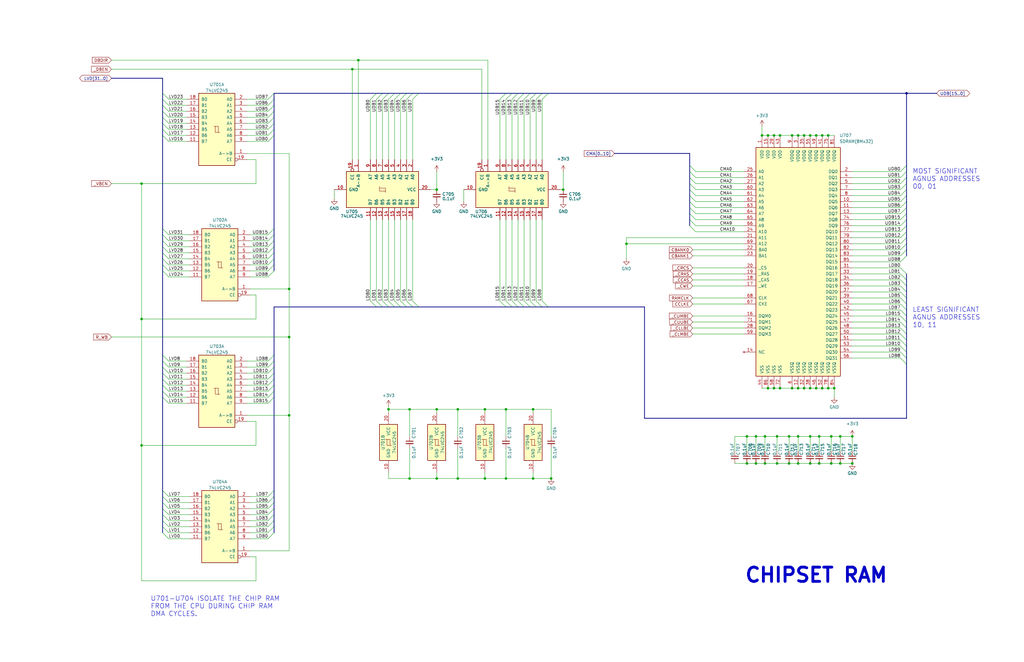
<source format=kicad_sch>
(kicad_sch (version 20231120) (generator "eeschema") (generator_version "8.0")
  (paper "B")
  (title_block (title "AMIGA PCI") (date "2025-06-30") (rev "6.0"))
  (junction (at 237.49 80.01))
  (junction (at 341.63 184.15))
  (junction (at 344.17 163.83))
  (junction (at 336.55 163.83))
  (junction (at 326.39 57.15))
  (junction (at 184.15 172.72))
  (junction (at 121.92 142.24))
  (junction (at 339.09 163.83))
  (junction (at 349.25 57.15))
  (junction (at 334.01 163.83))
  (junction (at 332.74 184.15))
  (junction (at 382.27 39.37))
  (junction (at 193.04 201.93))
  (junction (at 346.71 57.15))
  (junction (at 332.74 195.58))
  (junction (at 224.79 172.72))
  (junction (at 321.31 57.15))
  (junction (at 172.72 201.93))
  (junction (at 224.79 201.93))
  (junction (at 345.44 195.58))
  (junction (at 336.55 195.58))
  (junction (at 341.63 57.15))
  (junction (at 341.63 195.58))
  (junction (at 59.69 187.96))
  (junction (at 326.39 163.83))
  (junction (at 327.66 184.15))
  (junction (at 193.04 172.72))
  (junction (at 328.93 57.15))
  (junction (at 350.52 195.58))
  (junction (at 59.69 77.47))
  (junction (at 327.66 195.58))
  (junction (at 151.13 25.4))
  (junction (at 345.44 184.15))
  (junction (at 354.33 195.58))
  (junction (at 341.63 163.83))
  (junction (at 172.72 172.72))
  (junction (at 314.96 184.15))
  (junction (at 318.77 195.58))
  (junction (at 339.09 57.15))
  (junction (at 318.77 184.15))
  (junction (at 354.33 184.15))
  (junction (at 359.41 184.15))
  (junction (at 351.79 163.83))
  (junction (at 349.25 163.83))
  (junction (at 213.36 172.72))
  (junction (at 346.71 163.83))
  (junction (at 350.52 184.15))
  (junction (at 184.15 201.93))
  (junction (at 344.17 57.15))
  (junction (at 184.15 80.01))
  (junction (at 204.47 201.93))
  (junction (at 322.58 195.58))
  (junction (at 121.92 175.26))
  (junction (at 322.58 184.15))
  (junction (at 323.85 57.15))
  (junction (at 328.93 163.83))
  (junction (at 323.85 163.83))
  (junction (at 121.92 121.92))
  (junction (at 204.47 172.72))
  (junction (at 232.41 201.93))
  (junction (at 314.96 195.58))
  (junction (at 59.69 134.62))
  (junction (at 163.83 172.72))
  (junction (at 336.55 57.15))
  (junction (at 213.36 201.93))
  (junction (at 264.16 102.87))
  (junction (at 148.59 29.21))
  (junction (at 359.41 195.58))
  (junction (at 334.01 57.15))
  (junction (at 336.55 184.15))
  (bus_entry (at 379.73 135.89) (size 2.54 2.54))
  (bus_entry (at 113.03 160.02) (size 2.54 -2.54))
  (bus_entry (at 158.75 127) (size 2.54 2.54))
  (bus_entry (at 173.99 127) (size 2.54 2.54))
  (bus_entry (at 71.12 57.15) (size -2.54 -2.54))
  (bus_entry (at 379.73 107.95) (size 2.54 -2.54))
  (bus_entry (at 71.12 212.09) (size -2.54 -2.54))
  (bus_entry (at 71.12 217.17) (size -2.54 -2.54))
  (bus_entry (at 293.37 80.01) (size -2.54 -2.54))
  (bus_entry (at 71.12 41.91) (size -2.54 -2.54))
  (bus_entry (at 113.03 44.45) (size 2.54 -2.54))
  (bus_entry (at 71.12 214.63) (size -2.54 -2.54))
  (bus_entry (at 71.12 152.4) (size -2.54 -2.54))
  (bus_entry (at 379.73 146.05) (size 2.54 2.54))
  (bus_entry (at 293.37 95.25) (size -2.54 -2.54))
  (bus_entry (at 71.12 162.56) (size -2.54 -2.54))
  (bus_entry (at 71.12 222.25) (size -2.54 -2.54))
  (bus_entry (at 163.83 39.37) (size -2.54 2.54))
  (bus_entry (at 113.03 104.14) (size 2.54 -2.54))
  (bus_entry (at 293.37 87.63) (size -2.54 -2.54))
  (bus_entry (at 71.12 157.48) (size -2.54 -2.54))
  (bus_entry (at 113.03 106.68) (size 2.54 -2.54))
  (bus_entry (at 215.9 127) (size 2.54 2.54))
  (bus_entry (at 213.36 127) (size 2.54 2.54))
  (bus_entry (at 71.12 160.02) (size -2.54 -2.54))
  (bus_entry (at 71.12 54.61) (size -2.54 -2.54))
  (bus_entry (at 71.12 154.94) (size -2.54 -2.54))
  (bus_entry (at 228.6 127) (size 2.54 2.54))
  (bus_entry (at 113.03 162.56) (size 2.54 -2.54))
  (bus_entry (at 171.45 127) (size 2.54 2.54))
  (bus_entry (at 379.73 151.13) (size 2.54 2.54))
  (bus_entry (at 113.03 154.94) (size 2.54 -2.54))
  (bus_entry (at 113.03 109.22) (size 2.54 -2.54))
  (bus_entry (at 71.12 227.33) (size -2.54 -2.54))
  (bus_entry (at 168.91 127) (size 2.54 2.54))
  (bus_entry (at 71.12 167.64) (size -2.54 -2.54))
  (bus_entry (at 71.12 165.1) (size -2.54 -2.54))
  (bus_entry (at 223.52 127) (size 2.54 2.54))
  (bus_entry (at 223.52 39.37) (size -2.54 2.54))
  (bus_entry (at 171.45 39.37) (size -2.54 2.54))
  (bus_entry (at 379.73 82.55) (size 2.54 -2.54))
  (bus_entry (at 113.03 167.64) (size 2.54 -2.54))
  (bus_entry (at 231.14 39.37) (size -2.54 2.54))
  (bus_entry (at 379.73 123.19) (size 2.54 2.54))
  (bus_entry (at 113.03 114.3) (size 2.54 -2.54))
  (bus_entry (at 228.6 39.37) (size -2.54 2.54))
  (bus_entry (at 213.36 39.37) (size -2.54 2.54))
  (bus_entry (at 226.06 39.37) (size -2.54 2.54))
  (bus_entry (at 113.03 152.4) (size 2.54 -2.54))
  (bus_entry (at 71.12 109.22) (size -2.54 -2.54))
  (bus_entry (at 113.03 41.91) (size 2.54 -2.54))
  (bus_entry (at 220.98 39.37) (size -2.54 2.54))
  (bus_entry (at 293.37 90.17) (size -2.54 -2.54))
  (bus_entry (at 226.06 127) (size 2.54 2.54))
  (bus_entry (at 293.37 85.09) (size -2.54 -2.54))
  (bus_entry (at 220.98 127) (size 2.54 2.54))
  (bus_entry (at 379.73 100.33) (size 2.54 -2.54))
  (bus_entry (at 379.73 133.35) (size 2.54 2.54))
  (bus_entry (at 293.37 77.47) (size -2.54 -2.54))
  (bus_entry (at 113.03 157.48) (size 2.54 -2.54))
  (bus_entry (at 379.73 130.81) (size 2.54 2.54))
  (bus_entry (at 113.03 212.09) (size 2.54 -2.54))
  (bus_entry (at 379.73 105.41) (size 2.54 -2.54))
  (bus_entry (at 176.53 39.37) (size -2.54 2.54))
  (bus_entry (at 71.12 170.18) (size -2.54 -2.54))
  (bus_entry (at 71.12 46.99) (size -2.54 -2.54))
  (bus_entry (at 379.73 74.93) (size 2.54 -2.54))
  (bus_entry (at 113.03 217.17) (size 2.54 -2.54))
  (bus_entry (at 379.73 148.59) (size 2.54 2.54))
  (bus_entry (at 379.73 72.39) (size 2.54 -2.54))
  (bus_entry (at 71.12 114.3) (size -2.54 -2.54))
  (bus_entry (at 113.03 57.15) (size 2.54 -2.54))
  (bus_entry (at 113.03 46.99) (size 2.54 -2.54))
  (bus_entry (at 113.03 99.06) (size 2.54 -2.54))
  (bus_entry (at 166.37 39.37) (size -2.54 2.54))
  (bus_entry (at 293.37 82.55) (size -2.54 -2.54))
  (bus_entry (at 163.83 127) (size 2.54 2.54))
  (bus_entry (at 161.29 127) (size 2.54 2.54))
  (bus_entry (at 161.29 39.37) (size -2.54 2.54))
  (bus_entry (at 379.73 87.63) (size 2.54 -2.54))
  (bus_entry (at 113.03 165.1) (size 2.54 -2.54))
  (bus_entry (at 379.73 140.97) (size 2.54 2.54))
  (bus_entry (at 156.21 127) (size 2.54 2.54))
  (bus_entry (at 71.12 44.45) (size -2.54 -2.54))
  (bus_entry (at 379.73 102.87) (size 2.54 -2.54))
  (bus_entry (at 113.03 224.79) (size 2.54 -2.54))
  (bus_entry (at 293.37 97.79) (size -2.54 -2.54))
  (bus_entry (at 71.12 106.68) (size -2.54 -2.54))
  (bus_entry (at 71.12 49.53) (size -2.54 -2.54))
  (bus_entry (at 71.12 99.06) (size -2.54 -2.54))
  (bus_entry (at 379.73 113.03) (size 2.54 2.54))
  (bus_entry (at 113.03 219.71) (size 2.54 -2.54))
  (bus_entry (at 218.44 127) (size 2.54 2.54))
  (bus_entry (at 379.73 80.01) (size 2.54 -2.54))
  (bus_entry (at 379.73 143.51) (size 2.54 2.54))
  (bus_entry (at 218.44 39.37) (size -2.54 2.54))
  (bus_entry (at 379.73 128.27) (size 2.54 2.54))
  (bus_entry (at 158.75 39.37) (size -2.54 2.54))
  (bus_entry (at 168.91 39.37) (size -2.54 2.54))
  (bus_entry (at 379.73 110.49) (size 2.54 -2.54))
  (bus_entry (at 71.12 101.6) (size -2.54 -2.54))
  (bus_entry (at 113.03 101.6) (size 2.54 -2.54))
  (bus_entry (at 113.03 59.69) (size 2.54 -2.54))
  (bus_entry (at 379.73 97.79) (size 2.54 -2.54))
  (bus_entry (at 71.12 52.07) (size -2.54 -2.54))
  (bus_entry (at 379.73 92.71) (size 2.54 -2.54))
  (bus_entry (at 113.03 227.33) (size 2.54 -2.54))
  (bus_entry (at 113.03 209.55) (size 2.54 -2.54))
  (bus_entry (at 379.73 90.17) (size 2.54 -2.54))
  (bus_entry (at 113.03 214.63) (size 2.54 -2.54))
  (bus_entry (at 379.73 95.25) (size 2.54 -2.54))
  (bus_entry (at 293.37 72.39) (size -2.54 -2.54))
  (bus_entry (at 379.73 85.09) (size 2.54 -2.54))
  (bus_entry (at 113.03 52.07) (size 2.54 -2.54))
  (bus_entry (at 71.12 111.76) (size -2.54 -2.54))
  (bus_entry (at 113.03 170.18) (size 2.54 -2.54))
  (bus_entry (at 379.73 138.43) (size 2.54 2.54))
  (bus_entry (at 379.73 120.65) (size 2.54 2.54))
  (bus_entry (at 71.12 209.55) (size -2.54 -2.54))
  (bus_entry (at 71.12 116.84) (size -2.54 -2.54))
  (bus_entry (at 166.37 127) (size 2.54 2.54))
  (bus_entry (at 71.12 224.79) (size -2.54 -2.54))
  (bus_entry (at 379.73 77.47) (size 2.54 -2.54))
  (bus_entry (at 210.82 127) (size 2.54 2.54))
  (bus_entry (at 113.03 54.61) (size 2.54 -2.54))
  (bus_entry (at 379.73 125.73) (size 2.54 2.54))
  (bus_entry (at 379.73 118.11) (size 2.54 2.54))
  (bus_entry (at 293.37 74.93) (size -2.54 -2.54))
  (bus_entry (at 71.12 219.71) (size -2.54 -2.54))
  (bus_entry (at 379.73 115.57) (size 2.54 2.54))
  (bus_entry (at 113.03 222.25) (size 2.54 -2.54))
  (bus_entry (at 71.12 59.69) (size -2.54 -2.54))
  (bus_entry (at 173.99 39.37) (size -2.54 2.54))
  (bus_entry (at 71.12 104.14) (size -2.54 -2.54))
  (bus_entry (at 113.03 116.84) (size 2.54 -2.54))
  (bus_entry (at 113.03 111.76) (size 2.54 -2.54))
  (bus_entry (at 113.03 49.53) (size 2.54 -2.54))
  (bus_entry (at 293.37 92.71) (size -2.54 -2.54))
  (bus_entry (at 215.9 39.37) (size -2.54 2.54))
  (bus (pts (xy 68.58 99.06) (xy 68.58 101.6)))
  (wire (pts (xy 161.29 41.91) (xy 161.29 67.31)))
  (wire (pts (xy 80.01 111.76) (xy 71.12 111.76)))
  (wire (pts (xy 104.14 41.91) (xy 113.03 41.91)))
  (wire (pts (xy 184.15 199.39) (xy 184.15 201.93)))
  (wire (pts (xy 220.98 41.91) (xy 220.98 67.31)))
  (bus (pts (xy 68.58 214.63) (xy 68.58 217.17)))
  (bus (pts (xy 68.58 152.4) (xy 68.58 154.94)))
  (wire (pts (xy 105.41 217.17) (xy 113.03 217.17)))
  (wire (pts (xy 359.41 85.09) (xy 379.73 85.09)))
  (bus (pts (xy 223.52 129.54) (xy 226.06 129.54)))
  (wire (pts (xy 223.52 41.91) (xy 223.52 67.31)))
  (wire (pts (xy 224.79 199.39) (xy 224.79 201.93)))
  (wire (pts (xy 359.41 102.87) (xy 379.73 102.87)))
  (wire (pts (xy 328.93 163.83) (xy 334.01 163.83)))
  (wire (pts (xy 78.74 162.56) (xy 71.12 162.56)))
  (bus (pts (xy 68.58 57.15) (xy 68.58 96.52)))
  (bus (pts (xy 68.58 217.17) (xy 68.58 219.71)))
  (wire (pts (xy 59.69 134.62) (xy 107.95 134.62)))
  (wire (pts (xy 203.2 67.31) (xy 203.2 29.21)))
  (wire (pts (xy 292.1 128.27) (xy 313.69 128.27)))
  (wire (pts (xy 163.83 171.45) (xy 163.83 172.72)))
  (bus (pts (xy 115.57 129.54) (xy 158.75 129.54)))
  (bus (pts (xy 68.58 167.64) (xy 68.58 207.01)))
  (wire (pts (xy 359.41 118.11) (xy 379.73 118.11)))
  (wire (pts (xy 314.96 184.15) (xy 314.96 190.5)))
  (bus (pts (xy 213.36 129.54) (xy 215.9 129.54)))
  (bus (pts (xy 68.58 44.45) (xy 68.58 46.99)))
  (wire (pts (xy 173.99 92.71) (xy 173.99 127)))
  (bus (pts (xy 68.58 162.56) (xy 68.58 165.1)))
  (bus (pts (xy 158.75 39.37) (xy 161.29 39.37)))
  (wire (pts (xy 80.01 106.68) (xy 71.12 106.68)))
  (wire (pts (xy 318.77 195.58) (xy 322.58 195.58)))
  (wire (pts (xy 334.01 57.15) (xy 336.55 57.15)))
  (wire (pts (xy 104.14 154.94) (xy 113.03 154.94)))
  (bus (pts (xy 115.57 109.22) (xy 115.57 111.76)))
  (wire (pts (xy 292.1 135.89) (xy 313.69 135.89)))
  (wire (pts (xy 215.9 41.91) (xy 215.9 67.31)))
  (wire (pts (xy 171.45 41.91) (xy 171.45 67.31)))
  (wire (pts (xy 104.14 52.07) (xy 113.03 52.07)))
  (wire (pts (xy 359.41 100.33) (xy 379.73 100.33)))
  (wire (pts (xy 59.69 77.47) (xy 46.99 77.47)))
  (wire (pts (xy 213.36 41.91) (xy 213.36 67.31)))
  (wire (pts (xy 327.66 184.15) (xy 327.66 190.5)))
  (bus (pts (xy 290.83 85.09) (xy 290.83 82.55)))
  (wire (pts (xy 350.52 184.15) (xy 350.52 190.5)))
  (bus (pts (xy 68.58 96.52) (xy 68.58 99.06)))
  (wire (pts (xy 184.15 172.72) (xy 184.15 173.99)))
  (bus (pts (xy 68.58 41.91) (xy 68.58 44.45)))
  (wire (pts (xy 339.09 57.15) (xy 341.63 57.15)))
  (bus (pts (xy 382.27 82.55) (xy 382.27 85.09)))
  (wire (pts (xy 105.41 109.22) (xy 113.03 109.22)))
  (wire (pts (xy 346.71 163.83) (xy 349.25 163.83)))
  (bus (pts (xy 161.29 39.37) (xy 163.83 39.37)))
  (wire (pts (xy 293.37 92.71) (xy 313.69 92.71)))
  (wire (pts (xy 359.41 107.95) (xy 379.73 107.95)))
  (wire (pts (xy 215.9 92.71) (xy 215.9 127)))
  (wire (pts (xy 359.41 143.51) (xy 379.73 143.51)))
  (wire (pts (xy 293.37 77.47) (xy 313.69 77.47)))
  (wire (pts (xy 210.82 92.71) (xy 210.82 127)))
  (bus (pts (xy 115.57 106.68) (xy 115.57 109.22)))
  (wire (pts (xy 345.44 195.58) (xy 350.52 195.58)))
  (bus (pts (xy 382.27 74.93) (xy 382.27 77.47)))
  (wire (pts (xy 105.41 101.6) (xy 113.03 101.6)))
  (wire (pts (xy 354.33 184.15) (xy 354.33 190.5)))
  (bus (pts (xy 115.57 152.4) (xy 115.57 149.86)))
  (bus (pts (xy 173.99 129.54) (xy 176.53 129.54)))
  (wire (pts (xy 105.41 104.14) (xy 113.03 104.14)))
  (wire (pts (xy 313.69 105.41) (xy 292.1 105.41)))
  (bus (pts (xy 115.57 49.53) (xy 115.57 52.07)))
  (wire (pts (xy 334.01 163.83) (xy 336.55 163.83)))
  (wire (pts (xy 193.04 189.23) (xy 193.04 201.93)))
  (wire (pts (xy 350.52 184.15) (xy 354.33 184.15)))
  (wire (pts (xy 107.95 67.31) (xy 104.14 67.31)))
  (bus (pts (xy 68.58 49.53) (xy 68.58 52.07)))
  (bus (pts (xy 68.58 33.02) (xy 46.99 33.02)))
  (wire (pts (xy 349.25 57.15) (xy 351.79 57.15)))
  (wire (pts (xy 359.41 133.35) (xy 379.73 133.35)))
  (wire (pts (xy 336.55 163.83) (xy 339.09 163.83)))
  (wire (pts (xy 151.13 25.4) (xy 205.74 25.4)))
  (wire (pts (xy 105.41 99.06) (xy 113.03 99.06)))
  (wire (pts (xy 104.14 64.77) (xy 121.92 64.77)))
  (wire (pts (xy 322.58 184.15) (xy 327.66 184.15)))
  (wire (pts (xy 104.14 57.15) (xy 113.03 57.15)))
  (bus (pts (xy 271.78 129.54) (xy 271.78 176.53)))
  (wire (pts (xy 351.79 163.83) (xy 351.79 167.64)))
  (wire (pts (xy 359.41 128.27) (xy 379.73 128.27)))
  (bus (pts (xy 228.6 129.54) (xy 231.14 129.54)))
  (bus (pts (xy 215.9 39.37) (xy 218.44 39.37)))
  (wire (pts (xy 59.69 134.62) (xy 59.69 187.96)))
  (wire (pts (xy 105.41 116.84) (xy 113.03 116.84)))
  (bus (pts (xy 218.44 129.54) (xy 220.98 129.54)))
  (bus (pts (xy 171.45 129.54) (xy 173.99 129.54)))
  (wire (pts (xy 328.93 57.15) (xy 334.01 57.15)))
  (bus (pts (xy 223.52 39.37) (xy 226.06 39.37)))
  (bus (pts (xy 271.78 176.53) (xy 382.27 176.53)))
  (wire (pts (xy 323.85 57.15) (xy 326.39 57.15)))
  (wire (pts (xy 293.37 87.63) (xy 313.69 87.63)))
  (wire (pts (xy 104.14 49.53) (xy 113.03 49.53)))
  (wire (pts (xy 359.41 148.59) (xy 379.73 148.59)))
  (wire (pts (xy 104.14 54.61) (xy 113.03 54.61)))
  (wire (pts (xy 224.79 201.93) (xy 232.41 201.93)))
  (wire (pts (xy 224.79 172.72) (xy 224.79 173.99)))
  (wire (pts (xy 341.63 184.15) (xy 341.63 190.5)))
  (bus (pts (xy 228.6 39.37) (xy 231.14 39.37)))
  (bus (pts (xy 115.57 214.63) (xy 115.57 217.17)))
  (wire (pts (xy 359.41 110.49) (xy 379.73 110.49)))
  (wire (pts (xy 359.41 105.41) (xy 379.73 105.41)))
  (wire (pts (xy 59.69 77.47) (xy 107.95 77.47)))
  (wire (pts (xy 321.31 57.15) (xy 323.85 57.15)))
  (wire (pts (xy 151.13 67.31) (xy 151.13 25.4)))
  (bus (pts (xy 115.57 207.01) (xy 115.57 209.55)))
  (bus (pts (xy 115.57 46.99) (xy 115.57 49.53)))
  (wire (pts (xy 78.74 170.18) (xy 71.12 170.18)))
  (wire (pts (xy 205.74 25.4) (xy 205.74 67.31)))
  (wire (pts (xy 104.14 175.26) (xy 121.92 175.26)))
  (bus (pts (xy 115.57 219.71) (xy 115.57 222.25)))
  (bus (pts (xy 382.27 97.79) (xy 382.27 100.33)))
  (wire (pts (xy 80.01 217.17) (xy 71.12 217.17)))
  (wire (pts (xy 46.99 29.21) (xy 148.59 29.21)))
  (wire (pts (xy 344.17 57.15) (xy 346.71 57.15)))
  (bus (pts (xy 68.58 54.61) (xy 68.58 57.15)))
  (wire (pts (xy 359.41 80.01) (xy 379.73 80.01)))
  (wire (pts (xy 80.01 222.25) (xy 71.12 222.25)))
  (wire (pts (xy 344.17 163.83) (xy 346.71 163.83)))
  (wire (pts (xy 293.37 90.17) (xy 313.69 90.17)))
  (bus (pts (xy 68.58 209.55) (xy 68.58 212.09)))
  (bus (pts (xy 382.27 80.01) (xy 382.27 82.55)))
  (wire (pts (xy 59.69 187.96) (xy 59.69 245.11)))
  (wire (pts (xy 332.74 184.15) (xy 336.55 184.15)))
  (bus (pts (xy 382.27 125.73) (xy 382.27 128.27)))
  (wire (pts (xy 104.14 165.1) (xy 113.03 165.1)))
  (wire (pts (xy 80.01 212.09) (xy 71.12 212.09)))
  (wire (pts (xy 293.37 74.93) (xy 313.69 74.93)))
  (wire (pts (xy 224.79 172.72) (xy 232.41 172.72)))
  (bus (pts (xy 231.14 39.37) (xy 382.27 39.37)))
  (bus (pts (xy 115.57 96.52) (xy 115.57 99.06)))
  (bus (pts (xy 290.83 80.01) (xy 290.83 77.47)))
  (wire (pts (xy 322.58 184.15) (xy 322.58 190.5)))
  (wire (pts (xy 204.47 172.72) (xy 213.36 172.72)))
  (wire (pts (xy 80.01 109.22) (xy 71.12 109.22)))
  (bus (pts (xy 382.27 72.39) (xy 382.27 74.93)))
  (wire (pts (xy 105.41 224.79) (xy 113.03 224.79)))
  (wire (pts (xy 292.1 138.43) (xy 313.69 138.43)))
  (bus (pts (xy 115.57 101.6) (xy 115.57 104.14)))
  (wire (pts (xy 172.72 172.72) (xy 172.72 184.15)))
  (wire (pts (xy 193.04 172.72) (xy 204.47 172.72)))
  (wire (pts (xy 105.41 111.76) (xy 113.03 111.76)))
  (wire (pts (xy 78.74 54.61) (xy 71.12 54.61)))
  (bus (pts (xy 290.83 77.47) (xy 290.83 74.93)))
  (bus (pts (xy 115.57 57.15) (xy 115.57 96.52)))
  (bus (pts (xy 115.57 222.25) (xy 115.57 224.79)))
  (wire (pts (xy 80.01 104.14) (xy 71.12 104.14)))
  (bus (pts (xy 290.83 74.93) (xy 290.83 72.39)))
  (wire (pts (xy 293.37 97.79) (xy 313.69 97.79)))
  (wire (pts (xy 121.92 121.92) (xy 121.92 142.24)))
  (bus (pts (xy 68.58 207.01) (xy 68.58 209.55)))
  (wire (pts (xy 326.39 57.15) (xy 328.93 57.15)))
  (wire (pts (xy 341.63 184.15) (xy 345.44 184.15)))
  (wire (pts (xy 105.41 227.33) (xy 113.03 227.33)))
  (wire (pts (xy 321.31 163.83) (xy 323.85 163.83)))
  (wire (pts (xy 78.74 154.94) (xy 71.12 154.94)))
  (bus (pts (xy 213.36 39.37) (xy 215.9 39.37)))
  (wire (pts (xy 213.36 201.93) (xy 224.79 201.93)))
  (wire (pts (xy 193.04 201.93) (xy 204.47 201.93)))
  (wire (pts (xy 345.44 184.15) (xy 345.44 190.5)))
  (wire (pts (xy 107.95 177.8) (xy 104.14 177.8)))
  (bus (pts (xy 171.45 39.37) (xy 173.99 39.37)))
  (wire (pts (xy 326.39 163.83) (xy 328.93 163.83)))
  (wire (pts (xy 309.88 190.5) (xy 309.88 184.15)))
  (wire (pts (xy 104.14 170.18) (xy 113.03 170.18)))
  (bus (pts (xy 158.75 129.54) (xy 161.29 129.54)))
  (bus (pts (xy 382.27 176.53) (xy 382.27 153.67)))
  (wire (pts (xy 195.58 80.01) (xy 195.58 85.09)))
  (bus (pts (xy 382.27 39.37) (xy 394.97 39.37)))
  (bus (pts (xy 382.27 143.51) (xy 382.27 146.05)))
  (wire (pts (xy 104.14 59.69) (xy 113.03 59.69)))
  (wire (pts (xy 359.41 97.79) (xy 379.73 97.79)))
  (bus (pts (xy 115.57 99.06) (xy 115.57 101.6)))
  (wire (pts (xy 226.06 41.91) (xy 226.06 67.31)))
  (bus (pts (xy 115.57 149.86) (xy 115.57 129.54)))
  (wire (pts (xy 213.36 172.72) (xy 224.79 172.72)))
  (wire (pts (xy 78.74 152.4) (xy 71.12 152.4)))
  (bus (pts (xy 176.53 129.54) (xy 213.36 129.54)))
  (wire (pts (xy 359.41 72.39) (xy 379.73 72.39)))
  (wire (pts (xy 172.72 172.72) (xy 184.15 172.72)))
  (wire (pts (xy 293.37 82.55) (xy 313.69 82.55)))
  (wire (pts (xy 184.15 172.72) (xy 193.04 172.72)))
  (wire (pts (xy 213.36 92.71) (xy 213.36 127)))
  (wire (pts (xy 78.74 46.99) (xy 71.12 46.99)))
  (bus (pts (xy 382.27 140.97) (xy 382.27 143.51)))
  (wire (pts (xy 327.66 184.15) (xy 332.74 184.15)))
  (wire (pts (xy 104.14 152.4) (xy 113.03 152.4)))
  (bus (pts (xy 68.58 109.22) (xy 68.58 111.76)))
  (wire (pts (xy 80.01 227.33) (xy 71.12 227.33)))
  (bus (pts (xy 382.27 87.63) (xy 382.27 90.17)))
  (wire (pts (xy 292.1 118.11) (xy 313.69 118.11)))
  (wire (pts (xy 121.92 64.77) (xy 121.92 121.92)))
  (bus (pts (xy 382.27 85.09) (xy 382.27 87.63)))
  (wire (pts (xy 218.44 41.91) (xy 218.44 67.31)))
  (bus (pts (xy 382.27 39.37) (xy 382.27 69.85)))
  (wire (pts (xy 293.37 72.39) (xy 313.69 72.39)))
  (wire (pts (xy 163.83 172.72) (xy 172.72 172.72)))
  (wire (pts (xy 105.41 232.41) (xy 121.92 232.41)))
  (bus (pts (xy 68.58 104.14) (xy 68.58 106.68)))
  (bus (pts (xy 382.27 69.85) (xy 382.27 72.39)))
  (bus (pts (xy 163.83 39.37) (xy 166.37 39.37)))
  (wire (pts (xy 359.41 130.81) (xy 379.73 130.81)))
  (wire (pts (xy 172.72 189.23) (xy 172.72 201.93)))
  (wire (pts (xy 104.14 162.56) (xy 113.03 162.56)))
  (bus (pts (xy 382.27 138.43) (xy 382.27 140.97)))
  (wire (pts (xy 78.74 49.53) (xy 71.12 49.53)))
  (wire (pts (xy 359.41 138.43) (xy 379.73 138.43)))
  (bus (pts (xy 68.58 165.1) (xy 68.58 167.64)))
  (bus (pts (xy 163.83 129.54) (xy 166.37 129.54)))
  (bus (pts (xy 382.27 128.27) (xy 382.27 130.81)))
  (bus (pts (xy 68.58 39.37) (xy 68.58 41.91)))
  (bus (pts (xy 382.27 118.11) (xy 382.27 120.65)))
  (wire (pts (xy 264.16 100.33) (xy 264.16 102.87)))
  (bus (pts (xy 382.27 135.89) (xy 382.27 138.43)))
  (bus (pts (xy 382.27 77.47) (xy 382.27 80.01)))
  (wire (pts (xy 359.41 125.73) (xy 379.73 125.73)))
  (wire (pts (xy 80.01 99.06) (xy 71.12 99.06)))
  (wire (pts (xy 78.74 59.69) (xy 71.12 59.69)))
  (wire (pts (xy 322.58 195.58) (xy 327.66 195.58)))
  (wire (pts (xy 107.95 134.62) (xy 107.95 124.46)))
  (bus (pts (xy 68.58 114.3) (xy 68.58 149.86)))
  (wire (pts (xy 350.52 195.58) (xy 354.33 195.58)))
  (wire (pts (xy 105.41 121.92) (xy 121.92 121.92)))
  (wire (pts (xy 158.75 92.71) (xy 158.75 127)))
  (wire (pts (xy 59.69 77.47) (xy 59.69 134.62)))
  (wire (pts (xy 332.74 184.15) (xy 332.74 190.5)))
  (bus (pts (xy 166.37 39.37) (xy 168.91 39.37)))
  (bus (pts (xy 220.98 39.37) (xy 223.52 39.37)))
  (bus (pts (xy 115.57 165.1) (xy 115.57 167.64)))
  (bus (pts (xy 115.57 52.07) (xy 115.57 54.61)))
  (wire (pts (xy 237.49 72.39) (xy 237.49 80.01)))
  (wire (pts (xy 140.97 80.01) (xy 140.97 83.82)))
  (wire (pts (xy 121.92 175.26) (xy 121.92 232.41)))
  (bus (pts (xy 115.57 104.14) (xy 115.57 106.68)))
  (wire (pts (xy 107.95 234.95) (xy 105.41 234.95)))
  (wire (pts (xy 341.63 57.15) (xy 344.17 57.15)))
  (wire (pts (xy 309.88 184.15) (xy 314.96 184.15)))
  (wire (pts (xy 313.69 100.33) (xy 264.16 100.33)))
  (bus (pts (xy 382.27 123.19) (xy 382.27 125.73)))
  (wire (pts (xy 163.83 172.72) (xy 163.83 173.99)))
  (wire (pts (xy 359.41 87.63) (xy 379.73 87.63)))
  (bus (pts (xy 115.57 54.61) (xy 115.57 57.15)))
  (bus (pts (xy 382.27 115.57) (xy 382.27 118.11)))
  (bus (pts (xy 115.57 154.94) (xy 115.57 157.48)))
  (bus (pts (xy 226.06 39.37) (xy 228.6 39.37)))
  (wire (pts (xy 346.71 57.15) (xy 349.25 57.15)))
  (bus (pts (xy 68.58 212.09) (xy 68.58 214.63)))
  (wire (pts (xy 163.83 92.71) (xy 163.83 127)))
  (wire (pts (xy 204.47 201.93) (xy 213.36 201.93)))
  (bus (pts (xy 115.57 157.48) (xy 115.57 160.02)))
  (wire (pts (xy 80.01 116.84) (xy 71.12 116.84)))
  (wire (pts (xy 314.96 184.15) (xy 318.77 184.15)))
  (wire (pts (xy 59.69 187.96) (xy 107.95 187.96)))
  (wire (pts (xy 327.66 195.58) (xy 332.74 195.58)))
  (wire (pts (xy 204.47 172.72) (xy 204.47 173.99)))
  (bus (pts (xy 68.58 219.71) (xy 68.58 222.25)))
  (bus (pts (xy 220.98 129.54) (xy 223.52 129.54)))
  (wire (pts (xy 78.74 165.1) (xy 71.12 165.1)))
  (wire (pts (xy 359.41 95.25) (xy 379.73 95.25)))
  (bus (pts (xy 173.99 39.37) (xy 176.53 39.37)))
  (bus (pts (xy 115.57 154.94) (xy 115.57 152.4)))
  (bus (pts (xy 382.27 148.59) (xy 382.27 151.13)))
  (wire (pts (xy 158.75 41.91) (xy 158.75 67.31)))
  (wire (pts (xy 59.69 245.11) (xy 107.95 245.11)))
  (bus (pts (xy 68.58 101.6) (xy 68.58 104.14)))
  (wire (pts (xy 172.72 201.93) (xy 184.15 201.93)))
  (wire (pts (xy 228.6 92.71) (xy 228.6 127)))
  (bus (pts (xy 290.83 87.63) (xy 290.83 85.09)))
  (bus (pts (xy 259.08 64.77) (xy 290.83 64.77)))
  (wire (pts (xy 220.98 92.71) (xy 220.98 127)))
  (wire (pts (xy 293.37 85.09) (xy 313.69 85.09)))
  (bus (pts (xy 218.44 39.37) (xy 220.98 39.37)))
  (wire (pts (xy 359.41 92.71) (xy 379.73 92.71)))
  (bus (pts (xy 115.57 212.09) (xy 115.57 214.63)))
  (wire (pts (xy 354.33 184.15) (xy 359.41 184.15)))
  (wire (pts (xy 156.21 92.71) (xy 156.21 127)))
  (bus (pts (xy 382.27 130.81) (xy 382.27 133.35)))
  (wire (pts (xy 104.14 46.99) (xy 113.03 46.99)))
  (bus (pts (xy 166.37 129.54) (xy 168.91 129.54)))
  (bus (pts (xy 115.57 162.56) (xy 115.57 165.1)))
  (wire (pts (xy 359.41 151.13) (xy 379.73 151.13)))
  (wire (pts (xy 292.1 120.65) (xy 313.69 120.65)))
  (wire (pts (xy 359.41 90.17) (xy 379.73 90.17)))
  (wire (pts (xy 80.01 101.6) (xy 71.12 101.6)))
  (wire (pts (xy 232.41 184.15) (xy 232.41 172.72)))
  (bus (pts (xy 115.57 111.76) (xy 115.57 114.3)))
  (wire (pts (xy 293.37 80.01) (xy 313.69 80.01)))
  (wire (pts (xy 80.01 209.55) (xy 71.12 209.55)))
  (bus (pts (xy 382.27 133.35) (xy 382.27 135.89)))
  (wire (pts (xy 193.04 172.72) (xy 193.04 184.15)))
  (wire (pts (xy 345.44 184.15) (xy 350.52 184.15)))
  (bus (pts (xy 168.91 129.54) (xy 171.45 129.54)))
  (bus (pts (xy 68.58 111.76) (xy 68.58 114.3)))
  (wire (pts (xy 213.36 189.23) (xy 213.36 201.93)))
  (wire (pts (xy 213.36 172.72) (xy 213.36 184.15)))
  (wire (pts (xy 359.41 120.65) (xy 379.73 120.65)))
  (wire (pts (xy 232.41 189.23) (xy 232.41 201.93)))
  (bus (pts (xy 68.58 149.86) (xy 68.58 152.4)))
  (wire (pts (xy 173.99 41.91) (xy 173.99 67.31)))
  (wire (pts (xy 104.14 157.48) (xy 113.03 157.48)))
  (bus (pts (xy 290.83 72.39) (xy 290.83 69.85)))
  (wire (pts (xy 339.09 163.83) (xy 341.63 163.83)))
  (wire (pts (xy 218.44 92.71) (xy 218.44 127)))
  (bus (pts (xy 382.27 151.13) (xy 382.27 153.67)))
  (wire (pts (xy 359.41 113.03) (xy 379.73 113.03)))
  (wire (pts (xy 172.72 201.93) (xy 163.83 201.93)))
  (bus (pts (xy 290.83 92.71) (xy 290.83 95.25)))
  (wire (pts (xy 359.41 123.19) (xy 379.73 123.19)))
  (wire (pts (xy 104.14 44.45) (xy 113.03 44.45)))
  (wire (pts (xy 359.41 82.55) (xy 379.73 82.55)))
  (wire (pts (xy 105.41 219.71) (xy 113.03 219.71)))
  (bus (pts (xy 68.58 154.94) (xy 68.58 157.48)))
  (wire (pts (xy 78.74 57.15) (xy 71.12 57.15)))
  (wire (pts (xy 121.92 142.24) (xy 121.92 175.26)))
  (wire (pts (xy 323.85 163.83) (xy 326.39 163.83)))
  (wire (pts (xy 105.41 209.55) (xy 113.03 209.55)))
  (wire (pts (xy 341.63 163.83) (xy 344.17 163.83)))
  (wire (pts (xy 336.55 57.15) (xy 339.09 57.15)))
  (bus (pts (xy 382.27 105.41) (xy 382.27 107.95)))
  (wire (pts (xy 78.74 157.48) (xy 71.12 157.48)))
  (wire (pts (xy 359.41 115.57) (xy 379.73 115.57)))
  (wire (pts (xy 46.99 25.4) (xy 151.13 25.4)))
  (wire (pts (xy 223.52 92.71) (xy 223.52 127)))
  (wire (pts (xy 105.41 212.09) (xy 113.03 212.09)))
  (wire (pts (xy 107.95 124.46) (xy 105.41 124.46)))
  (wire (pts (xy 359.41 77.47) (xy 379.73 77.47)))
  (bus (pts (xy 115.57 209.55) (xy 115.57 212.09)))
  (wire (pts (xy 78.74 44.45) (xy 71.12 44.45)))
  (wire (pts (xy 148.59 67.31) (xy 148.59 29.21)))
  (wire (pts (xy 318.77 184.15) (xy 318.77 190.5)))
  (wire (pts (xy 46.99 142.24) (xy 121.92 142.24)))
  (bus (pts (xy 68.58 39.37) (xy 68.58 33.02)))
  (wire (pts (xy 105.41 222.25) (xy 113.03 222.25)))
  (wire (pts (xy 264.16 102.87) (xy 313.69 102.87)))
  (wire (pts (xy 341.63 195.58) (xy 345.44 195.58)))
  (wire (pts (xy 107.95 187.96) (xy 107.95 177.8)))
  (wire (pts (xy 359.41 135.89) (xy 379.73 135.89)))
  (wire (pts (xy 105.41 106.68) (xy 113.03 106.68)))
  (wire (pts (xy 313.69 125.73) (xy 292.1 125.73)))
  (bus (pts (xy 382.27 90.17) (xy 382.27 92.71)))
  (bus (pts (xy 68.58 52.07) (xy 68.58 54.61)))
  (wire (pts (xy 184.15 201.93) (xy 193.04 201.93)))
  (wire (pts (xy 293.37 95.25) (xy 313.69 95.25)))
  (bus (pts (xy 231.14 129.54) (xy 271.78 129.54)))
  (wire (pts (xy 78.74 167.64) (xy 71.12 167.64)))
  (wire (pts (xy 80.01 224.79) (xy 71.12 224.79)))
  (wire (pts (xy 226.06 92.71) (xy 226.06 127)))
  (bus (pts (xy 115.57 44.45) (xy 115.57 46.99)))
  (bus (pts (xy 68.58 222.25) (xy 68.58 224.79)))
  (bus (pts (xy 161.29 129.54) (xy 163.83 129.54)))
  (wire (pts (xy 80.01 219.71) (xy 71.12 219.71)))
  (wire (pts (xy 203.2 29.21) (xy 148.59 29.21)))
  (bus (pts (xy 68.58 157.48) (xy 68.58 160.02)))
  (wire (pts (xy 336.55 190.5) (xy 336.55 184.15)))
  (wire (pts (xy 332.74 195.58) (xy 336.55 195.58)))
  (wire (pts (xy 314.96 195.58) (xy 318.77 195.58)))
  (bus (pts (xy 115.57 39.37) (xy 115.57 41.91)))
  (wire (pts (xy 292.1 140.97) (xy 313.69 140.97)))
  (wire (pts (xy 105.41 214.63) (xy 113.03 214.63)))
  (wire (pts (xy 166.37 92.71) (xy 166.37 127)))
  (wire (pts (xy 107.95 77.47) (xy 107.95 67.31)))
  (wire (pts (xy 168.91 41.91) (xy 168.91 67.31)))
  (wire (pts (xy 292.1 113.03) (xy 313.69 113.03)))
  (wire (pts (xy 78.74 52.07) (xy 71.12 52.07)))
  (bus (pts (xy 382.27 92.71) (xy 382.27 95.25)))
  (wire (pts (xy 168.91 92.71) (xy 168.91 127)))
  (bus (pts (xy 115.57 39.37) (xy 158.75 39.37)))
  (bus (pts (xy 68.58 160.02) (xy 68.58 162.56)))
  (wire (pts (xy 166.37 41.91) (xy 166.37 67.31)))
  (wire (pts (xy 163.83 41.91) (xy 163.83 67.31)))
  (wire (pts (xy 104.14 167.64) (xy 113.03 167.64)))
  (bus (pts (xy 382.27 100.33) (xy 382.27 102.87)))
  (wire (pts (xy 318.77 184.15) (xy 322.58 184.15)))
  (wire (pts (xy 349.25 163.83) (xy 351.79 163.83)))
  (wire (pts (xy 80.01 114.3) (xy 71.12 114.3)))
  (bus (pts (xy 382.27 95.25) (xy 382.27 97.79)))
  (wire (pts (xy 359.41 74.93) (xy 379.73 74.93)))
  (bus (pts (xy 215.9 129.54) (xy 218.44 129.54)))
  (wire (pts (xy 161.29 92.71) (xy 161.29 127)))
  (wire (pts (xy 314.96 195.58) (xy 309.88 195.58)))
  (bus (pts (xy 290.83 90.17) (xy 290.83 87.63)))
  (wire (pts (xy 359.41 140.97) (xy 379.73 140.97)))
  (wire (pts (xy 171.45 92.71) (xy 171.45 127)))
  (bus (pts (xy 382.27 146.05) (xy 382.27 148.59)))
  (wire (pts (xy 321.31 57.15) (xy 321.31 53.34)))
  (wire (pts (xy 104.14 160.02) (xy 113.03 160.02)))
  (bus (pts (xy 290.83 82.55) (xy 290.83 80.01)))
  (wire (pts (xy 228.6 41.91) (xy 228.6 67.31)))
  (wire (pts (xy 181.61 80.01) (xy 184.15 80.01)))
  (wire (pts (xy 105.41 114.3) (xy 113.03 114.3)))
  (wire (pts (xy 80.01 214.63) (xy 71.12 214.63)))
  (wire (pts (xy 264.16 102.87) (xy 264.16 109.22)))
  (wire (pts (xy 359.41 146.05) (xy 379.73 146.05)))
  (wire (pts (xy 184.15 72.39) (xy 184.15 80.01)))
  (wire (pts (xy 292.1 115.57) (xy 313.69 115.57)))
  (wire (pts (xy 313.69 107.95) (xy 292.1 107.95)))
  (bus (pts (xy 168.91 39.37) (xy 171.45 39.37)))
  (wire (pts (xy 78.74 41.91) (xy 71.12 41.91)))
  (bus (pts (xy 176.53 39.37) (xy 213.36 39.37)))
  (bus (pts (xy 68.58 106.68) (xy 68.58 109.22)))
  (wire (pts (xy 156.21 41.91) (xy 156.21 67.31)))
  (wire (pts (xy 163.83 201.93) (xy 163.83 199.39)))
  (wire (pts (xy 336.55 184.15) (xy 341.63 184.15)))
  (bus (pts (xy 115.57 167.64) (xy 115.57 207.01)))
  (bus (pts (xy 226.06 129.54) (xy 228.6 129.54)))
  (bus (pts (xy 290.83 69.85) (xy 290.83 64.77)))
  (bus (pts (xy 115.57 41.91) (xy 115.57 44.45)))
  (wire (pts (xy 354.33 195.58) (xy 359.41 195.58)))
  (wire (pts (xy 292.1 133.35) (xy 313.69 133.35)))
  (wire (pts (xy 236.22 80.01) (xy 237.49 80.01)))
  (bus (pts (xy 115.57 217.17) (xy 115.57 219.71)))
  (bus (pts (xy 290.83 92.71) (xy 290.83 90.17)))
  (bus (pts (xy 382.27 120.65) (xy 382.27 123.19)))
  (wire (pts (xy 341.63 195.58) (xy 336.55 195.58)))
  (bus (pts (xy 68.58 46.99) (xy 68.58 49.53)))
  (wire (pts (xy 210.82 41.91) (xy 210.82 67.31)))
  (wire (pts (xy 359.41 184.15) (xy 359.41 190.5)))
  (bus (pts (xy 382.27 102.87) (xy 382.27 105.41)))
  (bus (pts (xy 115.57 160.02) (xy 115.57 162.56)))
  (wire (pts (xy 204.47 199.39) (xy 204.47 201.93)))
  (wire (pts (xy 78.74 160.02) (xy 71.12 160.02)))
  (wire (pts (xy 107.95 245.11) (xy 107.95 234.95)))
  (text "LEAST SIGNIFICANT\nAGNUS ADDRESSES \n10, 11" (at 384.81 138.43 0) (effects (font (size 2 2)) (justify left bottom)))
  (text "CHIPSET RAM" (at 313.69 246.38 0) (effects (font (size 6 6) (thickness 1.2) (bold yes)) (justify left bottom)))
  (text "U701-U704 ISOLATE THE CHIP RAM\nFROM THE CPU DURING CHIP RAM \nDMA CYCLES." (at 63.5 260.35 0) (effects (font (size 2 2)) (justify left bottom)))
  (text "MOST SIGNIFICANT\nAGNUS ADDRESSES \n00, 01" (at 384.81 80.01 0) (effects (font (size 2 2)) (justify left bottom)))
  (label "LDB10" (at 379.73 146.05 180) (effects (font (size 1.2954 1.2954))))
  (label "CMA3" (at 303.53 80.01 0))
  (label "UDB3" (at 113.03 52.07 180) (effects (font (size 1.2954 1.2954))))
  (label "LDB6" (at 379.73 128.27 180) (effects (font (size 1.2954 1.2954))))
  (label "UDB9" (at 226.06 41.91 270) (effects (font (size 1.2954 1.2954))))
  (label "LDB4" (at 379.73 123.19 180) (effects (font (size 1.2954 1.2954))))
  (label "LVD12" (at 71.12 162.56 0) (effects (font (size 1.2954 1.2954))))
  (label "UDB7" (at 379.73 90.17 180) (effects (font (size 1.2954 1.2954))))
  (label "LDB13" (at 379.73 138.43 180) (effects (font (size 1.2954 1.2954))))
  (label "LDB15" (at 113.03 170.18 180) (effects (font (size 1.2954 1.2954))))
  (label "LVD31" (at 71.12 99.06 0) (effects (font (size 1.2954 1.2954))))
  (label "UDB14" (at 113.03 101.6 180) (effects (font (size 1.2954 1.2954))))
  (label "LDB12" (at 218.44 127 90) (effects (font (size 1.2954 1.2954))))
  (label "UDB7" (at 113.03 41.91 180) (effects (font (size 1.2954 1.2954))))
  (label "UDB4" (at 166.37 41.91 270) (effects (font (size 1.2954 1.2954))))
  (label "LVD4" (at 71.12 217.17 0) (effects (font (size 1.2954 1.2954))))
  (label "LVD28" (at 71.12 106.68 0) (effects (font (size 1.2954 1.2954))))
  (label "UDB15" (at 210.82 41.91 270) (effects (font (size 1.2954 1.2954))))
  (label "LVD14" (at 71.12 167.64 0) (effects (font (size 1.2954 1.2954))))
  (label "LDB14" (at 213.36 127 90) (effects (font (size 1.2954 1.2954))))
  (label "LDB5" (at 168.91 127 90) (effects (font (size 1.2954 1.2954))))
  (label "LDB13" (at 215.9 127 90) (effects (font (size 1.2954 1.2954))))
  (label "UDB11" (at 113.03 109.22 180) (effects (font (size 1.2954 1.2954))))
  (label "LDB9" (at 379.73 148.59 180) (effects (font (size 1.2954 1.2954))))
  (label "UDB12" (at 379.73 100.33 180) (effects (font (size 1.2954 1.2954))))
  (label "UDB0" (at 379.73 72.39 180) (effects (font (size 1.2954 1.2954))))
  (label "CMA6" (at 303.53 87.63 0))
  (label "UDB1" (at 379.73 74.93 180) (effects (font (size 1.2954 1.2954))))
  (label "LDB11" (at 379.73 143.51 180) (effects (font (size 1.2954 1.2954))))
  (label "LVD17" (at 71.12 57.15 0) (effects (font (size 1.2954 1.2954))))
  (label "LVD7" (at 71.12 209.55 0) (effects (font (size 1.2954 1.2954))))
  (label "LVD23" (at 71.12 41.91 0) (effects (font (size 1.2954 1.2954))))
  (label "LDB3" (at 379.73 120.65 180) (effects (font (size 1.2954 1.2954))))
  (label "LDB8" (at 113.03 152.4 180) (effects (font (size 1.2954 1.2954))))
  (label "UDB3" (at 379.73 80.01 180) (effects (font (size 1.2954 1.2954))))
  (label "UDB8" (at 379.73 110.49 180) (effects (font (size 1.2954 1.2954))))
  (label "LDB0" (at 113.03 227.33 180) (effects (font (size 1.2954 1.2954))))
  (label "UDB5" (at 379.73 85.09 180) (effects (font (size 1.2954 1.2954))))
  (label "LVD9" (at 71.12 154.94 0) (effects (font (size 1.2954 1.2954))))
  (label "LDB15" (at 210.82 127 90) (effects (font (size 1.2954 1.2954))))
  (label "LDB0" (at 156.21 127 90) (effects (font (size 1.2954 1.2954))))
  (label "LDB3" (at 163.83 127 90) (effects (font (size 1.2954 1.2954))))
  (label "LDB11" (at 220.98 127 90) (effects (font (size 1.2954 1.2954))))
  (label "LVD22" (at 71.12 44.45 0) (effects (font (size 1.2954 1.2954))))
  (label "UDB14" (at 379.73 95.25 180) (effects (font (size 1.2954 1.2954))))
  (label "LVD20" (at 71.12 49.53 0) (effects (font (size 1.2954 1.2954))))
  (label "LVD10" (at 71.12 157.48 0) (effects (font (size 1.2954 1.2954))))
  (label "UDB15" (at 113.03 99.06 180) (effects (font (size 1.2954 1.2954))))
  (label "CMA8" (at 303.53 92.71 0))
  (label "UDB14" (at 213.36 41.91 270) (effects (font (size 1.2954 1.2954))))
  (label "LVD25" (at 71.12 114.3 0) (effects (font (size 1.2954 1.2954))))
  (label "LDB14" (at 379.73 135.89 180) (effects (font (size 1.2954 1.2954))))
  (label "UDB5" (at 168.91 41.91 270) (effects (font (size 1.2954 1.2954))))
  (label "CMA2" (at 303.53 77.47 0))
  (label "LVD3" (at 71.12 219.71 0) (effects (font (size 1.2954 1.2954))))
  (label "UDB6" (at 113.03 44.45 180) (effects (font (size 1.2954 1.2954))))
  (label "UDB13" (at 215.9 41.91 270) (effects (font (size 1.2954 1.2954))))
  (label "LDB5" (at 379.73 125.73 180) (effects (font (size 1.2954 1.2954))))
  (label "LDB12" (at 113.03 162.56 180) (effects (font (size 1.2954 1.2954))))
  (label "LDB0" (at 379.73 113.03 180) (effects (font (size 1.2954 1.2954))))
  (label "LDB11" (at 113.03 160.02 180) (effects (font (size 1.2954 1.2954))))
  (label "LVD8" (at 71.12 152.4 0) (effects (font (size 1.2954 1.2954))))
  (label "UDB2" (at 379.73 77.47 180) (effects (font (size 1.2954 1.2954))))
  (label "UDB9" (at 113.03 114.3 180) (effects (font (size 1.2954 1.2954))))
  (label "LVD5" (at 71.12 214.63 0) (effects (font (size 1.2954 1.2954))))
  (label "UDB4" (at 379.73 82.55 180) (effects (font (size 1.2954 1.2954))))
  (label "UDB1" (at 158.75 41.91 270) (effects (font (size 1.2954 1.2954))))
  (label "LVD30" (at 71.12 101.6 0) (effects (font (size 1.2954 1.2954))))
  (label "LDB3" (at 113.03 219.71 180) (effects (font (size 1.2954 1.2954))))
  (label "LDB4" (at 113.03 217.17 180) (effects (font (size 1.2954 1.2954))))
  (label "UDB8" (at 228.6 41.91 270) (effects (font (size 1.2954 1.2954))))
  (label "LDB4" (at 166.37 127 90) (effects (font (size 1.2954 1.2954))))
  (label "UDB12" (at 113.03 106.68 180) (effects (font (size 1.2954 1.2954))))
  (label "CMA7" (at 303.53 90.17 0))
  (label "UDB9" (at 379.73 107.95 180) (effects (font (size 1.2954 1.2954))))
  (label "LVD15" (at 71.12 170.18 0) (effects (font (size 1.2954 1.2954))))
  (label "CMA5" (at 303.53 85.09 0))
  (label "UDB13" (at 379.73 97.79 180) (effects (font (size 1.2954 1.2954))))
  (label "UDB3" (at 163.83 41.91 270) (effects (font (size 1.2954 1.2954))))
  (label "LVD21" (at 71.12 46.99 0) (effects (font (size 1.2954 1.2954))))
  (label "LDB1" (at 113.03 224.79 180) (effects (font (size 1.2954 1.2954))))
  (label "UDB2" (at 113.03 54.61 180) (effects (font (size 1.2954 1.2954))))
  (label "LDB7" (at 113.03 209.55 180) (effects (font (size 1.2954 1.2954))))
  (label "UDB10" (at 113.03 111.76 180) (effects (font (size 1.2954 1.2954))))
  (label "LDB5" (at 113.03 214.63 180) (effects (font (size 1.2954 1.2954))))
  (label "CMA1" (at 303.53 74.93 0))
  (label "UDB11" (at 379.73 102.87 180) (effects (font (size 1.2954 1.2954))))
  (label "LDB14" (at 113.03 167.64 180) (effects (font (size 1.2954 1.2954))))
  (label "LDB2" (at 113.03 222.25 180) (effects (font (size 1.2954 1.2954))))
  (label "LDB8" (at 379.73 151.13 180) (effects (font (size 1.2954 1.2954))))
  (label "LVD0" (at 71.12 227.33 0) (effects (font (size 1.2954 1.2954))))
  (label "LDB10" (at 223.52 127 90) (effects (font (size 1.2954 1.2954))))
  (label "CMA10" (at 303.53 97.79 0))
  (label "UDB13" (at 113.03 104.14 180) (effects (font (size 1.2954 1.2954))))
  (label "UDB6" (at 171.45 41.91 270) (effects (font (size 1.2954 1.2954))))
  (label "UDB7" (at 173.99 41.91 270) (effects (font (size 1.2954 1.2954))))
  (label "UDB1" (at 113.03 57.15 180) (effects (font (size 1.2954 1.2954))))
  (label "LVD1" (at 71.12 224.79 0) (effects (font (size 1.2954 1.2954))))
  (label "LVD27" (at 71.12 109.22 0) (effects (font (size 1.2954 1.2954))))
  (label "LVD19" (at 71.12 52.07 0) (effects (font (size 1.2954 1.2954))))
  (label "LDB7" (at 379.73 130.81 180) (effects (font (size 1.2954 1.2954))))
  (label "UDB2" (at 161.29 41.91 270) (effects (font (size 1.2954 1.2954))))
  (label "LDB15" (at 379.73 133.35 180) (effects (font (size 1.2954 1.2954))))
  (label "UDB4" (at 113.03 49.53 180) (effects (font (size 1.2954 1.2954))))
  (label "LDB13" (at 113.03 165.1 180) (effects (font (size 1.2954 1.2954))))
  (label "UDB11" (at 220.98 41.91 270) (effects (font (size 1.2954 1.2954))))
  (label "LVD18" (at 71.12 54.61 0) (effects (font (size 1.2954 1.2954))))
  (label "CMA9" (at 303.53 95.25 0))
  (label "LDB2" (at 379.73 118.11 180) (effects (font (size 1.2954 1.2954))))
  (label "CMA4" (at 303.53 82.55 0))
  (label "UDB15" (at 379.73 92.71 180) (effects (font (size 1.2954 1.2954))))
  (label "LDB7" (at 173.99 127 90) (effects (font (size 1.2954 1.2954))))
  (label "LVD29" (at 71.12 104.14 0) (effects (font (size 1.2954 1.2954))))
  (label "UDB8" (at 113.03 116.84 180) (effects (font (size 1.2954 1.2954))))
  (label "LDB12" (at 379.73 140.97 180) (effects (font (size 1.2954 1.2954))))
  (label "UDB12" (at 218.44 41.91 270) (effects (font (size 1.2954 1.2954))))
  (label "UDB10" (at 223.52 41.91 270) (effects (font (size 1.2954 1.2954))))
  (label "LDB1" (at 158.75 127 90) (effects (font (size 1.2954 1.2954))))
  (label "LVD2" (at 71.12 222.25 0) (effects (font (size 1.2954 1.2954))))
  (label "LDB1" (at 379.73 115.57 180) (effects (font (size 1.2954 1.2954))))
  (label "CMA0" (at 303.53 72.39 0))
  (label "UDB5" (at 113.03 46.99 180) (effects (font (size 1.2954 1.2954))))
  (label "LDB9" (at 226.06 127 90) (effects (font (size 1.2954 1.2954))))
  (label "UDB6" (at 379.73 87.63 180) (effects (font (size 1.2954 1.2954))))
  (label "LVD26" (at 71.12 111.76 0) (effects (font (size 1.2954 1.2954))))
  (label "LDB9" (at 113.03 154.94 180) (effects (font (size 1.2954 1.2954))))
  (label "LDB6" (at 171.45 127 90) (effects (font (size 1.2954 1.2954))))
  (label "LVD16" (at 71.12 59.69 0) (effects (font (size 1.2954 1.2954))))
  (label "UDB0" (at 113.03 59.69 180) (effects (font (size 1.2954 1.2954))))
  (label "LVD11" (at 71.12 160.02 0) (effects (font (size 1.2954 1.2954))))
  (label "LVD24" (at 71.12 116.84 0) (effects (font (size 1.2954 1.2954))))
  (label "UDB10" (at 379.73 105.41 180) (effects (font (size 1.2954 1.2954))))
  (label "LDB6" (at 113.03 212.09 180) (effects (font (size 1.2954 1.2954))))
  (label "LVD13" (at 71.12 165.1 0) (effects (font (size 1.2954 1.2954))))
  (label "LVD6" (at 71.12 212.09 0) (effects (font (size 1.2954 1.2954))))
  (label "LDB2" (at 161.29 127 90) (effects (font (size 1.2954 1.2954))))
  (label "LDB10" (at 113.03 157.48 180) (effects (font (size 1.2954 1.2954))))
  (label "LDB8" (at 228.6 127 90) (effects (font (size 1.2954 1.2954))))
  (label "UDB0" (at 156.21 41.91 270) (effects (font (size 1.2954 1.2954))))
  (global_label "_CLMBE" (shape input) (at 292.1 140.97 180) (property "Intersheetrefs" "${INTERSHEET_REFS}" (at 282.0581 140.97 0) (effects (justify right))))
  (global_label "_CRCS" (shape input) (at 292.1 113.03 180) (property "Intersheetrefs" "${INTERSHEET_REFS}" (at 283.2071 113.03 0) (effects (justify right))))
  (global_label "DBDIR" (shape input) (at 46.99 25.4 180) (property "Intersheetrefs" "${INTERSHEET_REFS}" (at 38.3994 25.4 0) (effects (justify right))))
  (global_label "CBANK0" (shape input) (at 292.1 105.41 180) (property "Intersheetrefs" "${INTERSHEET_REFS}" (at 281.6762 105.41 0) (effects (justify right))))
  (global_label "CBANK1" (shape input) (at 292.1 107.95 180) (property "Intersheetrefs" "${INTERSHEET_REFS}" (at 281.6762 107.95 0) (effects (justify right))))
  (global_label "_CWE" (shape input) (at 292.1 120.65 180) (property "Intersheetrefs" "${INTERSHEET_REFS}" (at 284.3562 120.65 0) (effects (justify right))))
  (global_label "_CRAS" (shape input) (at 292.1 115.57 180) (property "Intersheetrefs" "${INTERSHEET_REFS}" (at 283.3885 115.57 0) (effects (justify right))))
  (global_label "_VBEN" (shape input) (at 46.99 77.47 180) (effects (font (size 1.2954 1.2954))) (property "Intersheetrefs" "${INTERSHEET_REFS}" (at 38.1048 77.47 0) (effects (justify right))))
  (global_label "R_WB" (shape input) (at 46.99 142.24 180) (effects (font (size 1.2954 1.2954))) (property "Intersheetrefs" "${INTERSHEET_REFS}" (at 39.1958 142.24 0) (effects (justify right))))
  (global_label "CCLKE" (shape input) (at 292.1 128.27 180) (property "Intersheetrefs" "${INTERSHEET_REFS}" (at 283.2071 128.27 0) (effects (justify right))))
  (global_label "_CUMBE" (shape input) (at 292.1 133.35 180) (property "Intersheetrefs" "${INTERSHEET_REFS}" (at 281.7557 133.35 0) (effects (justify right))))
  (global_label "_CUUBE" (shape input) (at 292.1 135.89 180) (property "Intersheetrefs" "${INTERSHEET_REFS}" (at 281.8766 135.89 0) (effects (justify right))))
  (global_label "_CCAS" (shape input) (at 292.1 118.11 180) (property "Intersheetrefs" "${INTERSHEET_REFS}" (at 283.3885 118.11 0) (effects (justify right))))
  (global_label "UDB[15..0]" (shape bidirectional) (at 394.97 39.37 0) (property "Intersheetrefs" "${INTERSHEET_REFS}" (at 409.3891 39.37 0) (effects (justify left))))
  (global_label "CMA[0..10]" (shape input) (at 259.08 64.77 180) (property "Intersheetrefs" "${INTERSHEET_REFS}" (at 245.8327 64.77 0) (effects (justify right))))
  (global_label "RAMCLK" (shape input) (at 292.1 125.73 180) (property "Intersheetrefs" "${INTERSHEET_REFS}" (at 281.7367 125.73 0) (effects (justify right))))
  (global_label "LVD[31..0]" (shape bidirectional) (at 46.99 33.02 180) (property "Intersheetrefs" "${INTERSHEET_REFS}" (at 32.9753 33.02 0) (effects (justify right))))
  (global_label "_DBEN" (shape input) (at 46.99 29.21 180) (property "Intersheetrefs" "${INTERSHEET_REFS}" (at 38.0971 29.21 0) (effects (justify right))))
  (global_label "_CLLBE" (shape input) (at 292.1 138.43 180) (property "Intersheetrefs" "${INTERSHEET_REFS}" (at 282.4814 138.43 0) (effects (justify right))))
  (symbol (lib_id "Device:C_Small") (at 327.66 193.04 0) (unit 1)
    (property "Reference" "C711" (at 329.057 192.151 90) (effects (justify left)))
    (property "Value" "0.1uF" (at 326.644 192.278 90) (effects (justify left)))
    (property "Footprint" "Capacitor_SMD:C_0603_1608Metric" (effects (hide yes)))
  )
  (symbol (lib_id "Device:C_Small") (at 322.58 193.04 0) (unit 1)
    (property "Reference" "C710" (at 323.977 192.151 90) (effects (justify left)))
    (property "Value" "0.1uF" (at 321.564 192.278 90) (effects (justify left)))
    (property "Footprint" "Capacitor_SMD:C_0603_1608Metric" (effects (hide yes)))
  )
  (symbol (lib_id "power:GND") (at 184.15 85.09 0) (unit 1)
    (property "Reference" "#PWR0246" (effects (hide yes)))
    (property "Value" "GND" (at 184.15 89.2255 0))
  )
  (symbol (lib_id "power:GND") (at 264.16 109.22 0) (unit 1)
    (property "Reference" "#PWR369" (effects (hide yes)))
    (property "Value" "GND" (at 264.16 113.3555 0))
  )
  (symbol (lib_id "power:+3V3") (at 237.49 72.39 0) (unit 1)
    (property "Reference" "#PWR0209" (effects (hide yes)))
    (property "Value" "+3V3" (at 237.49 67.056 0))
  )
  (symbol (lib_id "AmigaPCI-Symbols:74LVC245") (at 91.44 165.1 0) (mirror y) (unit 1)
    (property "Reference" "U703" (at 91.44 146.1602 0))
    (property "Value" "74LVC245" (at 91.44 148.6971 0))
    (property "Footprint" "Package_SO:TSSOP-20_4.4x6.5mm_P0.65mm" (effects (hide yes)))
    (property "Datasheet" "http://www.ti.com/lit/gpn/sn74LS245" (effects (hide yes)))
  )
  (symbol (lib_id "Device:C_Small") (at 345.44 193.04 0) (unit 1)
    (property "Reference" "C715" (at 346.837 192.151 90) (effects (justify left)))
    (property "Value" "0.1uF" (at 344.424 192.278 90) (effects (justify left)))
    (property "Footprint" "Capacitor_SMD:C_0603_1608Metric" (effects (hide yes)))
  )
  (symbol (lib_id "Device:C_Small") (at 341.63 193.04 0) (unit 1)
    (property "Reference" "C714" (at 343.027 192.151 90) (effects (justify left)))
    (property "Value" "0.1uF" (at 340.614 192.278 90) (effects (justify left)))
    (property "Footprint" "Capacitor_SMD:C_0603_1608Metric" (effects (hide yes)))
  )
  (symbol (lib_id "AmigaPCI-Symbols:SDRAM(16Mx32)") (at 336.55 110.49 0) (unit 1)
    (property "Reference" "U707" (at 353.9841 57.15 0) (effects (justify left)))
    (property "Value" "SDRAM(8Mx32)" (at 353.9841 59.69 0) (effects (justify left)))
    (property "Footprint" "AmigaPCI:TSOP-II-86" (effects (hide yes)))
    (property "Datasheet" "https://www.issi.com/WW/pdf/42-45R-S-32160F.pdf" (effects (hide yes)))
    (property "Description" "16M x 32 bit Synchronous DRAM (SDRAM), TSOP II 86pin" (effects (hide yes)))
  )
  (symbol (lib_id "74xx:74HC245") (at 161.29 80.01 270) (unit 1)
    (property "Reference" "U705" (at 148.336 89.265 90))
    (property "Value" "74LVC245" (at 148.336 91.186 90))
    (property "Footprint" "Package_SO:TSSOP-20_4.4x6.5mm_P0.65mm" (effects (hide yes)))
    (property "Datasheet" "http://www.ti.com/lit/gpn/sn74HC245" (effects (hide yes)))
  )
  (symbol (lib_id "Device:C_Small") (at 193.04 186.69 0) (unit 1)
    (property "Reference" "C702" (at 194.564 185.166 90) (effects (justify left)))
    (property "Value" "0.1uF" (at 194.564 193.548 90) (effects (justify left)))
    (property "Footprint" "Capacitor_SMD:C_0603_1608Metric" (effects (hide yes)))
  )
  (symbol (lib_id "power:GND") (at 195.58 85.09 0) (unit 1)
    (property "Reference" "#PWR0247" (effects (hide yes)))
    (property "Value" "GND" (at 195.58 89.2255 0))
  )
  (symbol (lib_id "Device:C_Small") (at 359.41 193.04 0) (unit 1)
    (property "Reference" "C718" (at 360.807 192.278 90) (effects (justify left)))
    (property "Value" "0.1uF" (at 358.394 192.278 90) (effects (justify left)))
    (property "Footprint" "Capacitor_SMD:C_0603_1608Metric" (effects (hide yes)))
  )
  (symbol (lib_id "power:+3V3") (at 359.41 184.15 0) (unit 1)
    (property "Reference" "#PWR0237" (effects (hide yes)))
    (property "Value" "+3V3" (at 359.41 178.816 0))
  )
  (symbol (lib_id "power:+3V3") (at 321.31 53.34 0) (unit 1)
    (property "Reference" "#PWR0183" (effects (hide yes)))
    (property "Value" "+3V3" (at 321.31 48.768 0))
  )
  (symbol (lib_id "AmigaPCI-Symbols:74LVC245") (at 204.47 186.69 0) (mirror y) (unit 2)
    (property "Reference" "U703" (at 202.1332 186.69 90))
    (property "Value" "74LVC245" (at 206.9592 186.69 90))
    (property "Footprint" "Package_SO:TSSOP-20_4.4x6.5mm_P0.65mm" (effects (hide yes)))
    (property "Datasheet" "http://www.ti.com/lit/gpn/sn74LS245" (effects (hide yes)))
  )
  (symbol (lib_id "AmigaPCI-Symbols:74LVC245") (at 92.71 111.76 0) (mirror y) (unit 1)
    (property "Reference" "U702" (at 92.71 92.8202 0))
    (property "Value" "74LVC245" (at 92.71 95.3571 0))
    (property "Footprint" "Package_SO:TSSOP-20_4.4x6.5mm_P0.65mm" (effects (hide yes)))
    (property "Datasheet" "http://www.ti.com/lit/gpn/sn74LS245" (effects (hide yes)))
  )
  (symbol (lib_id "Device:C_Small") (at 237.49 82.55 0) (unit 1)
    (property "Reference" "C706" (at 239.8141 81.9126 0) (effects (justify left)))
    (property "Value" "0.1uF" (at 239.8141 83.8336 0) (effects (justify left)))
    (property "Footprint" "Capacitor_SMD:C_0603_1608Metric" (effects (hide yes)))
  )
  (symbol (lib_id "AmigaPCI-Symbols:74LVC245") (at 91.44 54.61 0) (mirror y) (unit 1)
    (property "Reference" "U701" (at 91.44 35.6702 0))
    (property "Value" "74LVC245" (at 91.44 38.2071 0))
    (property "Footprint" "Package_SO:TSSOP-20_4.4x6.5mm_P0.65mm" (effects (hide yes)))
    (property "Datasheet" "http://www.ti.com/lit/gpn/sn74LS245" (effects (hide yes)))
  )
  (symbol (lib_id "Device:C_Small") (at 232.41 186.69 0) (unit 1)
    (property "Reference" "C704" (at 233.934 185.166 90) (effects (justify left)))
    (property "Value" "0.1uF" (at 233.934 193.548 90) (effects (justify left)))
    (property "Footprint" "Capacitor_SMD:C_0603_1608Metric" (effects (hide yes)))
  )
  (symbol (lib_id "power:GND") (at 351.79 167.64 0) (unit 1)
    (property "Reference" "#PWR02" (effects (hide yes)))
    (property "Value" "GND" (at 351.79 171.7755 0))
  )
  (symbol (lib_id "power:GND") (at 140.97 83.82 0) (unit 1)
    (property "Reference" "#PWR0245" (effects (hide yes)))
    (property "Value" "GND" (at 140.97 87.9555 0))
  )
  (symbol (lib_id "Device:C_Small") (at 354.33 193.04 0) (unit 1)
    (property "Reference" "C717" (at 355.727 192.151 90) (effects (justify left)))
    (property "Value" "0.1uF" (at 353.314 192.278 90) (effects (justify left)))
    (property "Footprint" "Capacitor_SMD:C_0603_1608Metric" (effects (hide yes)))
  )
  (symbol (lib_id "power:GND") (at 237.49 85.09 0) (unit 1)
    (property "Reference" "#PWR0249" (effects (hide yes)))
    (property "Value" "GND" (at 237.49 89.2255 0))
  )
  (symbol (lib_id "AmigaPCI-Symbols:74LVC245") (at 92.71 222.25 0) (mirror y) (unit 1)
    (property "Reference" "U704" (at 92.71 203.3102 0))
    (property "Value" "74LVC245" (at 92.71 205.8471 0))
    (property "Footprint" "Package_SO:TSSOP-20_4.4x6.5mm_P0.65mm" (effects (hide yes)))
    (property "Datasheet" "http://www.ti.com/lit/gpn/sn74LS245" (effects (hide yes)))
  )
  (symbol (lib_id "AmigaPCI-Symbols:74LVC245") (at 184.15 186.69 0) (mirror y) (unit 2)
    (property "Reference" "U702" (at 181.8132 186.69 90))
    (property "Value" "74LVC245" (at 186.6392 186.69 90))
    (property "Footprint" "Package_SO:TSSOP-20_4.4x6.5mm_P0.65mm" (effects (hide yes)))
    (property "Datasheet" "http://www.ti.com/lit/gpn/sn74LS245" (effects (hide yes)))
  )
  (symbol (lib_id "Device:C_Small") (at 350.52 193.04 0) (unit 1)
    (property "Reference" "C716" (at 351.917 192.151 90) (effects (justify left)))
    (property "Value" "0.1uF" (at 349.504 192.278 90) (effects (justify left)))
    (property "Footprint" "Capacitor_SMD:C_0603_1608Metric" (effects (hide yes)))
  )
  (symbol (lib_id "power:GND") (at 232.41 201.93 0) (unit 1)
    (property "Reference" "#PWR0195" (effects (hide yes)))
    (property "Value" "GND" (at 232.41 206.0655 0))
  )
  (symbol (lib_id "Device:C_Small") (at 318.77 193.04 0) (unit 1)
    (property "Reference" "C709" (at 320.167 192.151 90) (effects (justify left)))
    (property "Value" "0.1uF" (at 317.754 192.278 90) (effects (justify left)))
    (property "Footprint" "Capacitor_SMD:C_0603_1608Metric" (effects (hide yes)))
  )
  (symbol (lib_id "AmigaPCI-Symbols:74LVC245") (at 163.83 186.69 0) (mirror y) (unit 2)
    (property "Reference" "U701" (at 161.4932 186.69 90))
    (property "Value" "74LVC245" (at 166.3192 186.69 90))
    (property "Footprint" "Package_SO:TSSOP-20_4.4x6.5mm_P0.65mm" (effects (hide yes)))
    (property "Datasheet" "http://www.ti.com/lit/gpn/sn74LS245" (effects (hide yes)))
  )
  (symbol (lib_id "Device:C_Small") (at 184.15 82.55 0) (unit 1)
    (property "Reference" "C705" (at 186.4741 81.9126 0) (effects (justify left)))
    (property "Value" "0.1uF" (at 186.4741 83.8336 0) (effects (justify left)))
    (property "Footprint" "Capacitor_SMD:C_0603_1608Metric" (effects (hide yes)))
  )
  (symbol (lib_id "Device:C_Small") (at 172.72 186.69 0) (unit 1)
    (property "Reference" "C701" (at 174.498 185.166 90) (effects (justify left)))
    (property "Value" "0.1uF" (at 174.498 193.548 90) (effects (justify left)))
    (property "Footprint" "Capacitor_SMD:C_0603_1608Metric" (effects (hide yes)))
  )
  (symbol (lib_id "power:+3V3") (at 184.15 72.39 0) (unit 1)
    (property "Reference" "#PWR0216" (effects (hide yes)))
    (property "Value" "+3V3" (at 184.15 67.056 0))
  )
  (symbol (lib_id "power:GND") (at 359.41 195.58 0) (unit 1)
    (property "Reference" "#PWR0275" (effects (hide yes)))
    (property "Value" "GND" (at 359.41 199.7155 0))
  )
  (symbol (lib_id "Device:C_Small") (at 309.88 193.04 0) (unit 1)
    (property "Reference" "C707" (at 311.277 192.151 90) (effects (justify left)))
    (property "Value" "0.1uF" (at 308.737 192.278 90) (effects (justify left)))
    (property "Footprint" "Capacitor_SMD:C_0603_1608Metric" (effects (hide yes)))
  )
  (symbol (lib_id "74xx:74HC245") (at 215.9 80.01 270) (unit 1)
    (property "Reference" "U706" (at 202.946 89.265 90))
    (property "Value" "74LVC245" (at 202.946 91.186 90))
    (property "Footprint" "Package_SO:TSSOP-20_4.4x6.5mm_P0.65mm" (effects (hide yes)))
    (property "Datasheet" "http://www.ti.com/lit/gpn/sn74HC245" (effects (hide yes)))
  )
  (symbol (lib_id "power:+3V3") (at 163.83 171.45 0) (unit 1)
    (property "Reference" "#PWR0159" (effects (hide yes)))
    (property "Value" "+3V3" (at 163.83 166.878 0))
  )
  (symbol (lib_id "Device:C_Small") (at 336.55 193.04 0) (unit 1)
    (property "Reference" "C713" (at 337.947 192.151 90) (effects (justify left)))
    (property "Value" "0.1uF" (at 335.407 192.278 90) (effects (justify left)))
    (property "Footprint" "Capacitor_SMD:C_0603_1608Metric" (effects (hide yes)))
  )
  (symbol (lib_id "AmigaPCI-Symbols:74LVC245") (at 224.79 186.69 0) (mirror y) (unit 2)
    (property "Reference" "U704" (at 222.4532 186.6392 90))
    (property "Value" "74LVC245" (at 227.5332 186.7916 90))
    (property "Footprint" "Package_SO:TSSOP-20_4.4x6.5mm_P0.65mm" (effects (hide yes)))
    (property "Datasheet" "http://www.ti.com/lit/gpn/sn74LS245" (effects (hide yes)))
  )
  (symbol (lib_id "Device:C_Small") (at 332.74 193.04 0) (unit 1)
    (property "Reference" "C712" (at 334.137 192.278 90) (effects (justify left)))
    (property "Value" "0.1uF" (at 331.724 192.278 90) (effects (justify left)))
    (property "Footprint" "Capacitor_SMD:C_0603_1608Metric" (effects (hide yes)))
  )
  (symbol (lib_id "Device:C_Small") (at 314.96 193.04 0) (unit 1)
    (property "Reference" "C708" (at 316.357 192.151 90) (effects (justify left)))
    (property "Value" "0.1uF" (at 313.944 192.278 90) (effects (justify left)))
    (property "Footprint" "Capacitor_SMD:C_0603_1608Metric" (effects (hide yes)))
  )
  (symbol (lib_id "Device:C_Small") (at 213.36 186.69 0) (unit 1)
    (property "Reference" "C703" (at 214.884 185.166 90) (effects (justify left)))
    (property "Value" "0.1uF" (at 214.884 193.548 90) (effects (justify left)))
    (property "Footprint" "Capacitor_SMD:C_0603_1608Metric" (effects (hide yes)))
  )
)
</source>
